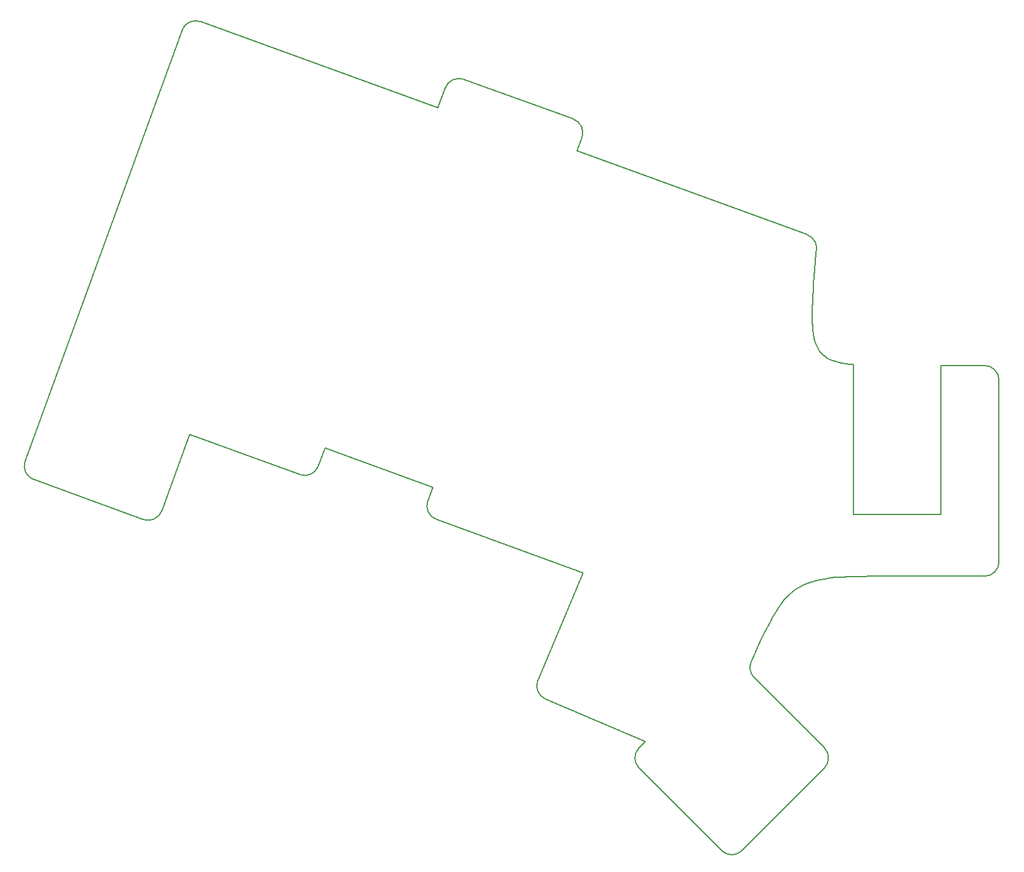
<source format=gko>
%TF.GenerationSoftware,KiCad,Pcbnew,(6.0.11)*%
%TF.CreationDate,2024-04-13T23:12:42+09:00*%
%TF.ProjectId,haqua34_left,68617175-6133-4345-9f6c-6566742e6b69,rev?*%
%TF.SameCoordinates,Original*%
%TF.FileFunction,Profile,NP*%
%FSLAX46Y46*%
G04 Gerber Fmt 4.6, Leading zero omitted, Abs format (unit mm)*
G04 Created by KiCad (PCBNEW (6.0.11)) date 2024-04-13 23:12:42*
%MOMM*%
%LPD*%
G01*
G04 APERTURE LIST*
%TA.AperFunction,Profile*%
%ADD10C,0.200000*%
%TD*%
%ADD11C,0.200000*%
G04 APERTURE END LIST*
D10*
X138312760Y-99050465D02*
X150312760Y-99050465D01*
X56170029Y-85075019D02*
G75*
G03*
X58733446Y-83879697I684071J1879319D01*
G01*
X19603200Y-85769459D02*
X34638282Y-91241781D01*
X42543069Y-22742688D02*
X75178806Y-34621125D01*
X132312760Y-70050465D02*
X132312760Y-69916037D01*
X41018354Y-79560287D02*
X56170021Y-85075042D01*
X74438153Y-86828202D02*
X73768529Y-88667980D01*
X95765379Y-118407236D02*
X103707931Y-121778650D01*
X74963873Y-91231405D02*
X95170636Y-98586065D01*
X128292419Y-122650005D02*
X118660975Y-113018561D01*
X37201707Y-90046436D02*
X41018354Y-79560287D01*
X103707931Y-121778650D02*
X102836575Y-122650005D01*
X127136916Y-54634625D02*
G75*
G03*
X125941527Y-52071184I-1879416J684025D01*
G01*
X89973367Y-115948673D02*
X95765379Y-118407236D01*
X150312760Y-99050460D02*
G75*
G03*
X152312760Y-97050465I40J1999960D01*
G01*
X34638272Y-91241810D02*
G75*
G03*
X37201707Y-90046436I684028J1879410D01*
G01*
X18407864Y-83206036D02*
G75*
G03*
X19603200Y-85769459I1879336J-684064D01*
G01*
X42543051Y-22742737D02*
G75*
G03*
X39979643Y-23938033I-684051J-1879363D01*
G01*
X94972101Y-38715733D02*
G75*
G03*
X93776707Y-36152290I-1879401J684033D01*
G01*
X75178806Y-34621125D02*
X76178199Y-31875312D01*
X88913849Y-113326214D02*
G75*
G03*
X89973367Y-115948673I1840951J-781486D01*
G01*
X102836575Y-125478432D02*
X114150284Y-136792141D01*
X138312760Y-90550465D02*
X144312760Y-90550465D01*
X144312760Y-90550465D02*
X144312760Y-70050465D01*
X144312760Y-70050465D02*
X150312760Y-70050465D01*
X116978711Y-136792141D02*
X128292419Y-125478432D01*
X39979643Y-23938033D02*
X18407855Y-83206033D01*
D11*
X127136872Y-54634609D02*
X127050258Y-55754123D01*
X126969118Y-56818082D01*
X126894505Y-57827898D01*
X126827475Y-58784986D01*
X126769082Y-59690760D01*
X126720382Y-60546633D01*
X126682431Y-61354018D01*
X126656282Y-62114332D01*
X126642991Y-62828986D01*
X126643613Y-63499394D01*
X126659203Y-64126972D01*
X126690816Y-64713132D01*
X126739508Y-65259288D01*
X126806333Y-65766855D01*
X126892346Y-66237246D01*
X126998603Y-66671875D01*
X127126159Y-67072156D01*
X127276068Y-67439503D01*
X127449385Y-67775330D01*
X127647167Y-68081050D01*
X127870467Y-68358077D01*
X128120341Y-68607826D01*
X128397844Y-68831710D01*
X128704031Y-69031143D01*
X129039957Y-69207539D01*
X129406678Y-69362311D01*
X129805247Y-69496875D01*
X130236721Y-69612642D01*
X130702154Y-69711029D01*
X131202601Y-69793447D01*
X131739118Y-69861312D01*
X132312760Y-69916037D01*
D10*
X59622917Y-81435897D02*
X74438153Y-86828202D01*
X58733446Y-83879697D02*
X59622917Y-81435897D01*
X152312835Y-72050465D02*
G75*
G03*
X150312760Y-70050465I-2000035J-35D01*
G01*
X118251184Y-110783853D02*
G75*
G03*
X118660975Y-113018561I1824016J-820447D01*
G01*
X95170636Y-98586065D02*
X88913820Y-113326201D01*
X94302427Y-40555493D02*
X125941527Y-52071184D01*
X132312760Y-70050465D02*
X132312760Y-90550465D01*
X94972052Y-38715715D02*
X94302427Y-40555493D01*
X73768497Y-88667968D02*
G75*
G03*
X74963873Y-91231405I1879403J-684032D01*
G01*
X128292401Y-125478414D02*
G75*
G03*
X128292419Y-122650005I-1414201J1414214D01*
G01*
X78741625Y-30679968D02*
X93776707Y-36152290D01*
X152312760Y-97050465D02*
X152312760Y-72050465D01*
X114150284Y-136792141D02*
G75*
G03*
X116978711Y-136792141I1414214J1414215D01*
G01*
X78741622Y-30679975D02*
G75*
G03*
X76178199Y-31875312I-684022J-1879425D01*
G01*
D11*
X138312760Y-99050465D02*
X137011568Y-99050823D01*
X135787985Y-99053329D01*
X134638600Y-99060133D01*
X133560003Y-99073381D01*
X132548782Y-99095224D01*
X131601527Y-99127809D01*
X130714828Y-99173284D01*
X129885272Y-99233799D01*
X129109451Y-99311501D01*
X128383952Y-99408540D01*
X127705365Y-99527063D01*
X127070279Y-99669218D01*
X126475284Y-99837156D01*
X125916968Y-100033023D01*
X125391921Y-100258968D01*
X124896733Y-100517141D01*
X124427992Y-100809688D01*
X123982287Y-101138759D01*
X123556208Y-101506502D01*
X123146344Y-101915066D01*
X122749285Y-102366599D01*
X122361619Y-102863250D01*
X121979936Y-103407166D01*
X121600824Y-104000496D01*
X121220874Y-104645390D01*
X120836674Y-105343995D01*
X120444814Y-106098459D01*
X120041883Y-106910932D01*
X119624470Y-107783561D01*
X119189164Y-108718496D01*
X118732554Y-109717884D01*
X118251231Y-110783874D01*
D10*
X132312760Y-90550465D02*
X138312760Y-90550465D01*
X102836557Y-122649987D02*
G75*
G03*
X102836575Y-125478432I1414243J-1414213D01*
G01*
M02*

</source>
